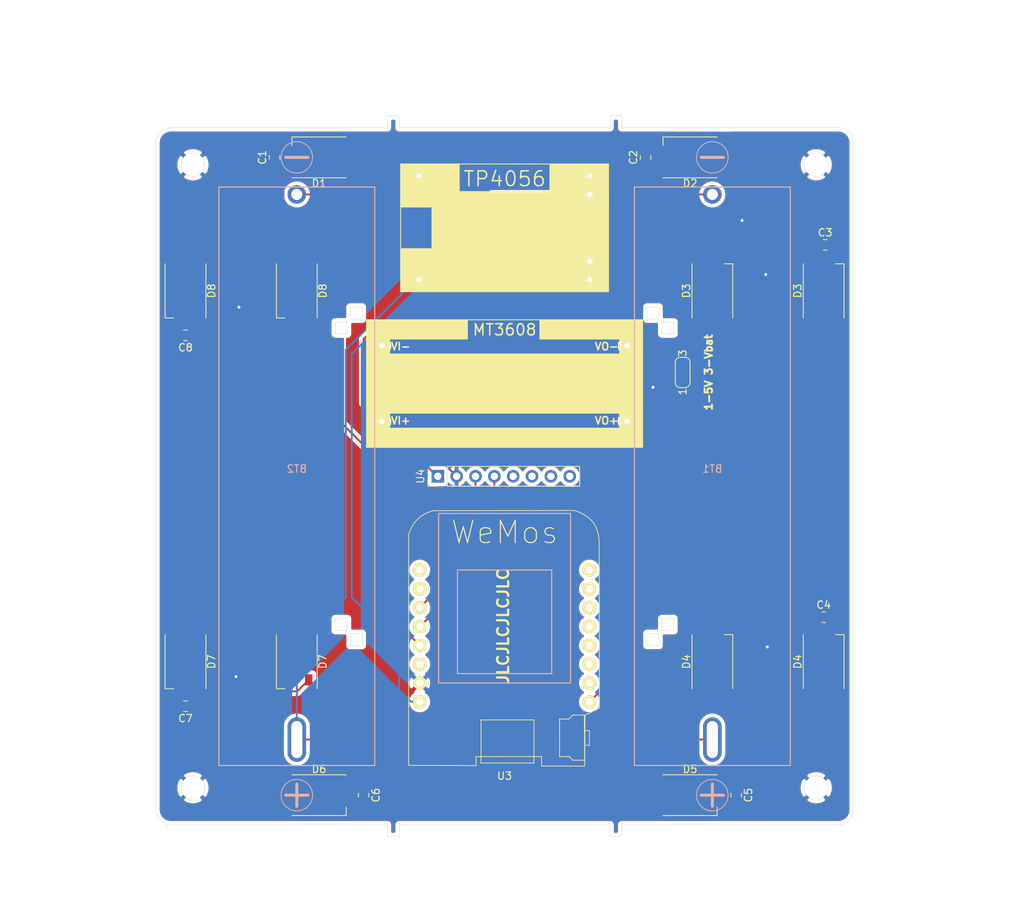
<source format=kicad_pcb>
(kicad_pcb (version 20171130) (host pcbnew "(5.1.6)-1")
  (layers (0 F.Cu signal) (31 B.Cu signal) (34 B.Paste user) (35 F.Paste user) (36 B.SilkS user) (37 F.SilkS user) (38 B.Mask user) (39 F.Mask user) (44 Edge.Cuts user))
  (net 0 "")
  (net 1 "Net-(BT1-Pad2)")
  (net 2 "Net-(BT1-Pad1)")
  (net 3 "Net-(D1-Pad4)")
  (net 4 "Net-(D2-Pad4)")
  (net 5 "Net-(D3-Pad4)")
  (net 6 "Net-(D4-Pad4)")
  (net 7 "Net-(D5-Pad4)")
  (net 8 "Net-(D6-Pad4)")
  (net 9 "Net-(D7-Pad4)")
  (net 10 "Net-(D8-Pad4)")
  (net 11 Vdrive)
  (net 12 GND)
  (net 13 SK2812)
  (net 14 +BATT)
  (net 15 "Net-(JP1-Pad1)")
  (net 16 +5V)
  (net 17 "Net-(U3-Pad9)")
  (net 18 "Net-(U3-Pad10)")
  (net 19 "Net-(U3-Pad11)")
  (net 20 "Net-(U3-Pad12)")
  (net 21 "Net-(U3-Pad13)")
  (net 22 "Net-(U3-Pad14)")
  (net 23 "Net-(U3-Pad15)")
  (net 24 "Net-(U3-Pad3)")
  (net 25 SDA)
  (net 26 SCL)
  (net 27 "Net-(U3-Pad7)")
  (net 28 "Net-(U3-Pad8)")
  (net 29 "Net-(U4-Pad8)")
  (net 30 "Net-(U4-Pad7)")
  (net 31 "Net-(U4-Pad6)")
  (net 32 "Net-(U4-Pad5)")
  (module LED_SMD:LED_SK6812_PLCC4_5.0x5.0mm_P3.2mm (layer F.Cu) (at 122 75 270)
    (fp_text reference D8 (at 0 -3.5 90) (layer F.SilkS))
    (fp_text value SK6812)
    (pad 1 smd rect (at 2.45 1.6 270) (size 1.5 1) (layers F.Cu F.Paste F.Mask) (net 11 Vdrive))
    (pad 2 smd rect (at 2.45 -1.6 270) (size 1.5 1) (layers F.Cu F.Paste F.Mask) (net 9 "Net-(D7-Pad4)"))
    (pad 4 smd rect (at -2.45 1.6 270) (size 1.5 1) (layers F.Cu F.Paste F.Mask) (net 10 "Net-(D8-Pad4)"))
    (pad 3 smd rect (at -2.45 -1.6 270) (size 1.5 1) (layers F.Cu F.Paste F.Mask) (net 12 GND))
  )
  (module LED_SMD:LED_SK6812_PLCC4_5.0x5.0mm_P3.2mm (layer F.Cu) (at 122 125 270)
    (fp_text reference D7 (at 0 -3.5 90) (layer F.SilkS))
    (fp_text value SK6812)
    (pad 1 smd rect (at 2.45 1.6 270) (size 1.5 1) (layers F.Cu F.Paste F.Mask) (net 11 Vdrive))
    (pad 2 smd rect (at 2.45 -1.6 270) (size 1.5 1) (layers F.Cu F.Paste F.Mask) (net 8 "Net-(D6-Pad4)"))
    (pad 4 smd rect (at -2.45 1.6 270) (size 1.5 1) (layers F.Cu F.Paste F.Mask) (net 9 "Net-(D7-Pad4)"))
    (pad 3 smd rect (at -2.45 -1.6 270) (size 1.5 1) (layers F.Cu F.Paste F.Mask) (net 12 GND))
  )
  (module LED_SMD:LED_SK6812_PLCC4_5.0x5.0mm_P3.2mm (layer F.Cu) (at 178 125 90)
    (fp_text reference D4 (at 0 -3.5 90) (layer F.SilkS))
    (fp_text value SK6812)
    (pad 1 smd rect (at 2.45 1.6 90) (size 1.5 1) (layers F.Cu F.Paste F.Mask) (net 11 Vdrive))
    (pad 2 smd rect (at 2.45 -1.6 90) (size 1.5 1) (layers F.Cu F.Paste F.Mask) (net 5 "Net-(D3-Pad4)"))
    (pad 4 smd rect (at -2.45 1.6 90) (size 1.5 1) (layers F.Cu F.Paste F.Mask) (net 6 "Net-(D4-Pad4)"))
    (pad 3 smd rect (at -2.45 -1.6 90) (size 1.5 1) (layers F.Cu F.Paste F.Mask) (net 12 GND))
  )
  (module LED_SMD:LED_SK6812_PLCC4_5.0x5.0mm_P3.2mm (layer F.Cu) (at 178 75 90)
    (fp_text reference D3 (at 0 -3.5 90) (layer F.SilkS))
    (fp_text value SK6812)
    (pad 1 smd rect (at 2.45 1.6 90) (size 1.5 1) (layers F.Cu F.Paste F.Mask) (net 11 Vdrive))
    (pad 2 smd rect (at 2.45 -1.6 90) (size 1.5 1) (layers F.Cu F.Paste F.Mask) (net 4 "Net-(D2-Pad4)"))
    (pad 4 smd rect (at -2.45 1.6 90) (size 1.5 1) (layers F.Cu F.Paste F.Mask) (net 5 "Net-(D3-Pad4)"))
    (pad 3 smd rect (at -2.45 -1.6 90) (size 1.5 1) (layers F.Cu F.Paste F.Mask) (net 12 GND))
  )
  (module MountingHole:MountingHole_3.2mm_M3 (layer F.Cu) (at 192 142)
    (fp_text reference REF** hide)
    (fp_text value MountingHole_3.2mm_M3)
    (pad 1 thru_hole circle (at 0 0) (size 3.2 3.2) (drill 3.2) (layers *.Cu *.Mask) (net 12 GND))
  )
  (module MountingHole:MountingHole_3.2mm_M3 (layer F.Cu) (at 108 142)
    (fp_text reference REF** hide)
    (fp_text value MountingHole_3.2mm_M3)
    (pad 1 thru_hole circle (at 0 0) (size 3.2 3.2) (drill 3.2) (layers *.Cu *.Mask) (net 12 GND))
  )
  (module MountingHole:MountingHole_3.2mm_M3 (layer F.Cu) (at 108 58)
    (fp_text reference REF** hide)
    (fp_text value MountingHole_3.2mm_M3)
    (pad 1 thru_hole circle (at 0 0) (size 3.2 3.2) (drill 3.2) (layers *.Cu *.Mask) (net 12 GND))
  )
  (module MountingHole:MountingHole_3.2mm_M3 (layer F.Cu) (at 192 58)
    (fp_text reference REF** hide)
    (fp_text value MountingHole_3.2mm_M3)
    (pad 1 thru_hole circle (at 0 0) (size 3.2 3.2) (drill 3.2) (layers *.Cu *.Mask) (net 12 GND))
  )
  (module Connector_PinHeader_2.54mm:PinHeader_1x08_P2.54mm_Vertical (layer F.Cu) (at 141 100 90)
    (fp_text reference U4 (at 0 -2.33 90) (layer F.SilkS))
    (fp_text value MPU6050board)
    (pad 8 thru_hole oval (at 0 17.78 90) (size 1.7 1.7) (drill 1) (layers *.Cu *.Mask) (net 29 "Net-(U4-Pad8)"))
    (pad 7 thru_hole oval (at 0 15.24 90) (size 1.7 1.7) (drill 1) (layers *.Cu *.Mask) (net 30 "Net-(U4-Pad7)"))
    (pad 6 thru_hole oval (at 0 12.7 90) (size 1.7 1.7) (drill 1) (layers *.Cu *.Mask) (net 31 "Net-(U4-Pad6)"))
    (pad 5 thru_hole oval (at 0 10.16 90) (size 1.7 1.7) (drill 1) (layers *.Cu *.Mask) (net 32 "Net-(U4-Pad5)"))
    (pad 4 thru_hole oval (at 0 7.62 90) (size 1.7 1.7) (drill 1) (layers *.Cu *.Mask) (net 25 SDA))
    (pad 3 thru_hole oval (at 0 5.08 90) (size 1.7 1.7) (drill 1) (layers *.Cu *.Mask) (net 26 SCL))
    (pad 2 thru_hole oval (at 0 2.54 90) (size 1.7 1.7) (drill 1) (layers *.Cu *.Mask) (net 12 GND))
    (pad 1 thru_hole rect (at 0 0 90) (size 1.7 1.7) (drill 1) (layers *.Cu *.Mask) (net 14 +BATT))
  )
  (module BamboulabFootprints:D1_mini_board (layer F.Cu) (at 150 122.8)
    (fp_text reference U3 (at 0 17.6) (layer F.SilkS))
    (fp_text value WeMos_mini)
    (fp_text user WeMos (at 0 -15.24) (layer F.SilkS) (effects (font (size 3 3))))
    (pad 9 thru_hole circle (at 11.43 -10.16) (size 1.8 1.8) (drill 1.016) (layers *.Cu *.Mask F.SilkS) (net 17 "Net-(U3-Pad9)"))
    (pad 10 thru_hole circle (at 11.43 -7.62) (size 1.8 1.8) (drill 1.016) (layers *.Cu *.Mask F.SilkS) (net 18 "Net-(U3-Pad10)"))
    (pad 11 thru_hole circle (at 11.43 -5.08) (size 1.8 1.8) (drill 1.016) (layers *.Cu *.Mask F.SilkS) (net 19 "Net-(U3-Pad11)"))
    (pad 12 thru_hole circle (at 11.43 -2.54) (size 1.8 1.8) (drill 1.016) (layers *.Cu *.Mask F.SilkS) (net 20 "Net-(U3-Pad12)"))
    (pad 13 thru_hole circle (at 11.43 0) (size 1.8 1.8) (drill 1.016) (layers *.Cu *.Mask F.SilkS) (net 21 "Net-(U3-Pad13)"))
    (pad 14 thru_hole circle (at 11.43 2.54) (size 1.8 1.8) (drill 1.016) (layers *.Cu *.Mask F.SilkS) (net 22 "Net-(U3-Pad14)"))
    (pad 15 thru_hole circle (at 11.43 5.08) (size 1.8 1.8) (drill 1.016) (layers *.Cu *.Mask F.SilkS) (net 23 "Net-(U3-Pad15)"))
    (pad 16 thru_hole circle (at 11.43 7.62) (size 1.8 1.8) (drill 1.016) (layers *.Cu *.Mask F.SilkS) (net 14 +BATT))
    (pad 1 thru_hole circle (at -11.43 7.62) (size 1.8 1.8) (drill 1.016) (layers *.Cu *.Mask F.SilkS) (net 16 +5V))
    (pad 2 thru_hole circle (at -11.43 5.08) (size 1.8 1.8) (drill 1.016) (layers *.Cu *.Mask F.SilkS) (net 12 GND))
    (pad 3 thru_hole circle (at -11.43 2.54) (size 1.8 1.8) (drill 1.016) (layers *.Cu *.Mask F.SilkS) (net 24 "Net-(U3-Pad3)"))
    (pad 4 thru_hole circle (at -11.43 0) (size 1.8 1.8) (drill 1.016) (layers *.Cu *.Mask F.SilkS) (net 13 SK2812))
    (pad 5 thru_hole circle (at -11.43 -2.54) (size 1.8 1.8) (drill 1.016) (layers *.Cu *.Mask F.SilkS) (net 25 SDA))
    (pad 6 thru_hole circle (at -11.43 -5.08) (size 1.8 1.8) (drill 1.016) (layers *.Cu *.Mask F.SilkS) (net 26 SCL))
    (pad 7 thru_hole circle (at -11.43 -7.62) (size 1.8 1.8) (drill 1.016) (layers *.Cu *.Mask F.SilkS) (net 27 "Net-(U3-Pad7)"))
    (pad 8 thru_hole circle (at -11.43 -10.16) (size 1.8 1.8) (drill 1.016) (layers *.Cu *.Mask F.SilkS) (net 28 "Net-(U3-Pad8)"))
  )
  (module BamboulabFootprints:MT3608board (layer F.Cu) (at 150 87.5 180)
    (fp_text reference e hide)
    (fp_text value MT3608board)
    (fp_text user VO- (at -13.75 5 180) (layer F.SilkS) (effects (font (thickness 0.2))))
    (fp_text user VO+ (at -13.75 -5 180) (layer F.SilkS) (effects (font (thickness 0.2))))
    (fp_text user VI- (at 14 5) (layer F.SilkS) (effects (font (thickness 0.2))))
    (fp_text user VI+ (at 14 -5 180) (layer F.SilkS) (effects (font (thickness 0.2))))
    (fp_text user MT3608 (at 0 7.25 180) (layer F.SilkS) (effects (font (size 1.5 1.5) (thickness 0.2))))
    (pad 1 thru_hole circle (at 16.52 -5.08) (size 1.524 1.524) (drill 0.762) (layers *.Cu *.Mask) (net 14 +BATT))
    (pad 2 thru_hole circle (at 16.52 5.08) (size 1.524 1.524) (drill 0.762) (layers *.Cu *.Mask) (net 12 GND))
    (pad 4 thru_hole circle (at -16.51 -5.08) (size 1.524 1.524) (drill 0.762) (layers *.Cu *.Mask) (net 15 "Net-(JP1-Pad1)"))
    (pad 3 thru_hole circle (at -16.51 5.08) (size 1.524 1.524) (drill 0.762) (layers *.Cu *.Mask) (net 12 GND))
  )
  (module BamboulabFootprints:TP4056board (layer F.Cu) (at 150 66.5)
    (fp_text reference U1 hide)
    (fp_text value TP4056board)
    (fp_text user TP4056 (at 0 -6.6) (layer F.SilkS) (effects (font (size 2 2) (thickness 0.2))))
    (pad 5 thru_hole circle (at 11.5 -4.46) (size 1.524 1.524) (drill 0.762) (layers *.Cu *.Mask) (net 2 "Net-(BT1-Pad1)"))
    (pad 4 thru_hole circle (at 11.5 4.46) (size 1.524 1.524) (drill 0.762) (layers *.Cu *.Mask) (net 1 "Net-(BT1-Pad2)"))
    (pad 3 thru_hole circle (at 11.5 7) (size 1.524 1.524) (drill 0.762) (layers *.Cu *.Mask) (net 12 GND))
    (pad 6 thru_hole circle (at 11.5 -7) (size 1.524 1.524) (drill 0.762) (layers *.Cu *.Mask) (net 14 +BATT))
    (pad 2 thru_hole circle (at -11.5 -7) (size 1.524 1.524) (drill 0.762) (layers *.Cu *.Mask) (net 12 GND))
    (pad 1 thru_hole circle (at -11.5 7) (size 1.524 1.524) (drill 0.762) (layers *.Cu *.Mask) (net 16 +5V))
  )
  (module Jumper:SolderJumper-3_P1.3mm_Open_RoundedPad1.0x1.5mm_NumberLabels (layer F.Cu) (at 174 86 90)
    (fp_text reference JP1 hide)
    (fp_text value SolderJumper_3_Open)
    (fp_text user 1 (at -2.6 0 90) (layer F.SilkS))
    (fp_text user 3 (at 2.6 0 90) (layer F.SilkS))
    (pad 2 smd rect (at 0 0 90) (size 1 1.5) (layers F.Cu F.Mask) (net 11 Vdrive))
    (pad 3 smd custom (at 1.3 0 90) (size 1 0.5) (layers F.Cu F.Mask) (net 14 +BATT) (options (clearance outline) (anchor rect)) (primitives (gr_circle (center 0 0.25) (end 0.5 0.25) (width 0)) (gr_circle (center 0 -0.25) (end 0.5 -0.25) (width 0)) (gr_poly (pts (xy -0.55 -0.75) (xy 0 -0.75) (xy 0 0.75) (xy -0.55 0.75)) (width 0))))
    (pad 1 smd custom (at -1.3 0 90) (size 1 0.5) (layers F.Cu F.Mask) (net 15 "Net-(JP1-Pad1)") (options (clearance outline) (anchor rect)) (primitives (gr_circle (center 0 0.25) (end 0.5 0.25) (width 0)) (gr_circle (center 0 -0.25) (end 0.5 -0.25) (width 0)) (gr_poly (pts (xy 0.55 -0.75) (xy 0 -0.75) (xy 0 0.75) (xy 0.55 0.75)) (width 0))))
  )
  (module Capacitor_SMD:C_0805_2012Metric (layer F.Cu) (at 107 81 180)
    (fp_text reference C8 (at 0 -1.65) (layer F.SilkS))
    (fp_text value C_Small)
    (pad 2 smd roundrect (at 0.9375 0 180) (size 0.975 1.4) (layers F.Cu F.Paste F.Mask) (net 11 Vdrive))
    (pad 1 smd roundrect (at -0.9375 0 180) (size 0.975 1.4) (layers F.Cu F.Paste F.Mask) (net 12 GND))
  )
  (module Capacitor_SMD:C_0805_2012Metric (layer F.Cu) (at 107 131 180)
    (fp_text reference C7 (at 0 -1.65) (layer F.SilkS))
    (fp_text value C_Small)
    (pad 2 smd roundrect (at 0.9375 0 180) (size 0.975 1.4) (layers F.Cu F.Paste F.Mask) (net 11 Vdrive))
    (pad 1 smd roundrect (at -0.9375 0 180) (size 0.975 1.4) (layers F.Cu F.Paste F.Mask) (net 12 GND))
  )
  (module Capacitor_SMD:C_0805_2012Metric (layer F.Cu) (at 131 143 270)
    (fp_text reference C6 (at 0 -1.65 90) (layer F.SilkS))
    (fp_text value C_Small)
    (pad 2 smd roundrect (at 0.9375 0 270) (size 0.975 1.4) (layers F.Cu F.Paste F.Mask) (net 11 Vdrive))
    (pad 1 smd roundrect (at -0.9375 0 270) (size 0.975 1.4) (layers F.Cu F.Paste F.Mask) (net 12 GND))
  )
  (module Capacitor_SMD:C_0805_2012Metric (layer F.Cu) (at 181.2 143 270)
    (fp_text reference C5 (at 0 -1.65 90) (layer F.SilkS))
    (fp_text value C_Small)
    (pad 2 smd roundrect (at 0.9375 0 270) (size 0.975 1.4) (layers F.Cu F.Paste F.Mask) (net 11 Vdrive))
    (pad 1 smd roundrect (at -0.9375 0 270) (size 0.975 1.4) (layers F.Cu F.Paste F.Mask) (net 12 GND))
  )
  (module Capacitor_SMD:C_0805_2012Metric (layer F.Cu) (at 193 119)
    (fp_text reference C4 (at 0 -1.65) (layer F.SilkS))
    (fp_text value C_Small)
    (pad 2 smd roundrect (at 0.9375 0) (size 0.975 1.4) (layers F.Cu F.Paste F.Mask) (net 11 Vdrive))
    (pad 1 smd roundrect (at -0.9375 0) (size 0.975 1.4) (layers F.Cu F.Paste F.Mask) (net 12 GND))
  )
  (module Capacitor_SMD:C_0805_2012Metric (layer F.Cu) (at 193.2 68.8)
    (fp_text reference C3 (at 0 -1.65) (layer F.SilkS))
    (fp_text value C_Small)
    (pad 2 smd roundrect (at 0.9375 0) (size 0.975 1.4) (layers F.Cu F.Paste F.Mask) (net 11 Vdrive))
    (pad 1 smd roundrect (at -0.9375 0) (size 0.975 1.4) (layers F.Cu F.Paste F.Mask) (net 12 GND))
  )
  (module Capacitor_SMD:C_0805_2012Metric (layer F.Cu) (at 169 57 90)
    (fp_text reference C2 (at 0 -1.65 90) (layer F.SilkS))
    (fp_text value C_Small)
    (pad 2 smd roundrect (at 0.9375 0 90) (size 0.975 1.4) (layers F.Cu F.Paste F.Mask) (net 11 Vdrive))
    (pad 1 smd roundrect (at -0.9375 0 90) (size 0.975 1.4) (layers F.Cu F.Paste F.Mask) (net 12 GND))
  )
  (module Capacitor_SMD:C_0805_2012Metric (layer F.Cu) (at 119 57 90)
    (fp_text reference C1 (at 0 -1.65 90) (layer F.SilkS))
    (fp_text value C_Small)
    (pad 2 smd roundrect (at 0.9375 0 90) (size 0.975 1.4) (layers F.Cu F.Paste F.Mask) (net 11 Vdrive))
    (pad 1 smd roundrect (at -0.9375 0 90) (size 0.975 1.4) (layers F.Cu F.Paste F.Mask) (net 12 GND))
  )
  (module LED_SMD:LED_SK6812_PLCC4_5.0x5.0mm_P3.2mm (layer F.Cu) (at 107 75 270)
    (fp_text reference D8 (at 0 -3.5 90) (layer F.SilkS))
    (fp_text value SK6812)
    (pad 3 smd rect (at -2.45 -1.6 270) (size 1.5 1) (layers F.Cu F.Paste F.Mask) (net 12 GND))
    (pad 4 smd rect (at -2.45 1.6 270) (size 1.5 1) (layers F.Cu F.Paste F.Mask) (net 10 "Net-(D8-Pad4)"))
    (pad 2 smd rect (at 2.45 -1.6 270) (size 1.5 1) (layers F.Cu F.Paste F.Mask) (net 9 "Net-(D7-Pad4)"))
    (pad 1 smd rect (at 2.45 1.6 270) (size 1.5 1) (layers F.Cu F.Paste F.Mask) (net 11 Vdrive))
  )
  (module LED_SMD:LED_SK6812_PLCC4_5.0x5.0mm_P3.2mm (layer F.Cu) (at 107 125 270)
    (fp_text reference D7 (at 0 -3.5 90) (layer F.SilkS))
    (fp_text value SK6812)
    (pad 3 smd rect (at -2.45 -1.6 270) (size 1.5 1) (layers F.Cu F.Paste F.Mask) (net 12 GND))
    (pad 4 smd rect (at -2.45 1.6 270) (size 1.5 1) (layers F.Cu F.Paste F.Mask) (net 9 "Net-(D7-Pad4)"))
    (pad 2 smd rect (at 2.45 -1.6 270) (size 1.5 1) (layers F.Cu F.Paste F.Mask) (net 8 "Net-(D6-Pad4)"))
    (pad 1 smd rect (at 2.45 1.6 270) (size 1.5 1) (layers F.Cu F.Paste F.Mask) (net 11 Vdrive))
  )
  (module LED_SMD:LED_SK6812_PLCC4_5.0x5.0mm_P3.2mm (layer F.Cu) (at 125 143)
    (fp_text reference D6 (at 0 -3.5) (layer F.SilkS))
    (fp_text value SK6812)
    (pad 3 smd rect (at -2.45 -1.6) (size 1.5 1) (layers F.Cu F.Paste F.Mask) (net 12 GND))
    (pad 4 smd rect (at -2.45 1.6) (size 1.5 1) (layers F.Cu F.Paste F.Mask) (net 8 "Net-(D6-Pad4)"))
    (pad 2 smd rect (at 2.45 -1.6) (size 1.5 1) (layers F.Cu F.Paste F.Mask) (net 7 "Net-(D5-Pad4)"))
    (pad 1 smd rect (at 2.45 1.6) (size 1.5 1) (layers F.Cu F.Paste F.Mask) (net 11 Vdrive))
  )
  (module LED_SMD:LED_SK6812_PLCC4_5.0x5.0mm_P3.2mm (layer F.Cu) (at 175 143)
    (fp_text reference D5 (at 0 -3.5) (layer F.SilkS))
    (fp_text value SK6812)
    (pad 3 smd rect (at -2.45 -1.6) (size 1.5 1) (layers F.Cu F.Paste F.Mask) (net 12 GND))
    (pad 4 smd rect (at -2.45 1.6) (size 1.5 1) (layers F.Cu F.Paste F.Mask) (net 7 "Net-(D5-Pad4)"))
    (pad 2 smd rect (at 2.45 -1.6) (size 1.5 1) (layers F.Cu F.Paste F.Mask) (net 6 "Net-(D4-Pad4)"))
    (pad 1 smd rect (at 2.45 1.6) (size 1.5 1) (layers F.Cu F.Paste F.Mask) (net 11 Vdrive))
  )
  (module LED_SMD:LED_SK6812_PLCC4_5.0x5.0mm_P3.2mm (layer F.Cu) (at 193 125 90)
    (fp_text reference D4 (at 0 -3.5 90) (layer F.SilkS))
    (fp_text value SK6812)
    (pad 3 smd rect (at -2.45 -1.6 90) (size 1.5 1) (layers F.Cu F.Paste F.Mask) (net 12 GND))
    (pad 4 smd rect (at -2.45 1.6 90) (size 1.5 1) (layers F.Cu F.Paste F.Mask) (net 6 "Net-(D4-Pad4)"))
    (pad 2 smd rect (at 2.45 -1.6 90) (size 1.5 1) (layers F.Cu F.Paste F.Mask) (net 5 "Net-(D3-Pad4)"))
    (pad 1 smd rect (at 2.45 1.6 90) (size 1.5 1) (layers F.Cu F.Paste F.Mask) (net 11 Vdrive))
  )
  (module LED_SMD:LED_SK6812_PLCC4_5.0x5.0mm_P3.2mm (layer F.Cu) (at 193 75 90)
    (fp_text reference D3 (at 0 -3.5 90) (layer F.SilkS))
    (fp_text value SK6812)
    (pad 3 smd rect (at -2.45 -1.6 90) (size 1.5 1) (layers F.Cu F.Paste F.Mask) (net 12 GND))
    (pad 4 smd rect (at -2.45 1.6 90) (size 1.5 1) (layers F.Cu F.Paste F.Mask) (net 5 "Net-(D3-Pad4)"))
    (pad 2 smd rect (at 2.45 -1.6 90) (size 1.5 1) (layers F.Cu F.Paste F.Mask) (net 4 "Net-(D2-Pad4)"))
    (pad 1 smd rect (at 2.45 1.6 90) (size 1.5 1) (layers F.Cu F.Paste F.Mask) (net 11 Vdrive))
  )
  (module LED_SMD:LED_SK6812_PLCC4_5.0x5.0mm_P3.2mm (layer F.Cu) (at 175 57 180)
    (fp_text reference D2 (at 0 -3.5) (layer F.SilkS))
    (fp_text value SK6812)
    (pad 3 smd rect (at -2.45 -1.6 180) (size 1.5 1) (layers F.Cu F.Paste F.Mask) (net 12 GND))
    (pad 4 smd rect (at -2.45 1.6 180) (size 1.5 1) (layers F.Cu F.Paste F.Mask) (net 4 "Net-(D2-Pad4)"))
    (pad 2 smd rect (at 2.45 -1.6 180) (size 1.5 1) (layers F.Cu F.Paste F.Mask) (net 3 "Net-(D1-Pad4)"))
    (pad 1 smd rect (at 2.45 1.6 180) (size 1.5 1) (layers F.Cu F.Paste F.Mask) (net 11 Vdrive))
  )
  (module LED_SMD:LED_SK6812_PLCC4_5.0x5.0mm_P3.2mm (layer F.Cu) (at 125 57 180)
    (fp_text reference D1 (at 0 -3.5) (layer F.SilkS))
    (fp_text value SK6812)
    (pad 3 smd rect (at -2.45 -1.6 180) (size 1.5 1) (layers F.Cu F.Paste F.Mask) (net 12 GND))
    (pad 4 smd rect (at -2.45 1.6 180) (size 1.5 1) (layers F.Cu F.Paste F.Mask) (net 3 "Net-(D1-Pad4)"))
    (pad 2 smd rect (at 2.45 -1.6 180) (size 1.5 1) (layers F.Cu F.Paste F.Mask) (net 13 SK2812))
    (pad 1 smd rect (at 2.45 1.6 180) (size 1.5 1) (layers F.Cu F.Paste F.Mask) (net 11 Vdrive))
  )
  (module BamboulabFootprints:18650_Holder (layer B.Cu) (at 122 100)
    (fp_text reference BT2 (at 0 -1) (layer B.SilkS) (effects (justify mirror)))
    (fp_text value Battery_Cell)
    (pad 2 thru_hole circle (at 0 -38) (size 2.5 2.5) (drill 1.5) (layers *.Cu *.Mask) (net 1 "Net-(BT1-Pad2)"))
    (pad 1 thru_hole oval (at 0 35.5) (size 2.5 6) (drill oval 1.5 5) (layers *.Cu *.Mask) (net 2 "Net-(BT1-Pad1)"))
  )
  (module BamboulabFootprints:18650_Holder (layer B.Cu) (at 178 100)
    (fp_text reference BT1 (at 0 -1) (layer B.SilkS) (effects (justify mirror)))
    (fp_text value Battery_Cell)
    (pad 2 thru_hole circle (at 0 -38) (size 2.5 2.5) (drill 1.5) (layers *.Cu *.Mask) (net 1 "Net-(BT1-Pad2)"))
    (pad 1 thru_hole oval (at 0 35.5) (size 2.5 6) (drill oval 1.5 5) (layers *.Cu *.Mask) (net 2 "Net-(BT1-Pad1)"))
  )
  (gr_line (start 130.8 121.2) (end 129.2 121.2) (layer Edge.Cuts) (width 0.05))
  (gr_line (start 172.8 79.2) (end 171.2 79.2) (layer Edge.Cuts) (width 0.05))
  (gr_line (start 129.2 121.2) (end 129.2 122.8) (layer Edge.Cuts) (width 0.05))
  (gr_line (start 171.2 79.2) (end 171.2 80.8) (layer Edge.Cuts) (width 0.05))
  (gr_line (start 130.8 122.8) (end 129.2 122.8) (layer Edge.Cuts) (width 0.05))
  (gr_line (start 172.8 80.8) (end 171.2 80.8) (layer Edge.Cuts) (width 0.05))
  (gr_line (start 130.8 121.2) (end 130.8 122.8) (layer Edge.Cuts) (width 0.05))
  (gr_line (start 172.8 79.2) (end 172.8 80.8) (layer Edge.Cuts) (width 0.05))
  (gr_line (start 128.8 119.2) (end 128.8 120.8) (layer Edge.Cuts) (width 0.05))
  (gr_line (start 170.8 77.2) (end 170.8 78.8) (layer Edge.Cuts) (width 0.05))
  (gr_line (start 127.2 119.2) (end 127.2 120.8) (layer Edge.Cuts) (width 0.05))
  (gr_line (start 169.2 77.2) (end 169.2 78.8) (layer Edge.Cuts) (width 0.05))
  (gr_line (start 128.8 119.2) (end 127.2 119.2) (layer Edge.Cuts) (width 0.05))
  (gr_line (start 170.8 77.2) (end 169.2 77.2) (layer Edge.Cuts) (width 0.05))
  (gr_line (start 128.8 120.8) (end 127.2 120.8) (layer Edge.Cuts) (width 0.05))
  (gr_line (start 170.8 78.8) (end 169.2 78.8) (layer Edge.Cuts) (width 0.05))
  (gr_line (start 170.8 122.8) (end 169.2 122.8) (layer Edge.Cuts) (width 0.05))
  (gr_line (start 172.8 120.8) (end 171.2 120.8) (layer Edge.Cuts) (width 0.05))
  (gr_line (start 172.8 119.2) (end 172.8 120.8) (layer Edge.Cuts) (width 0.05))
  (gr_line (start 171.2 119.2) (end 171.2 120.8) (layer Edge.Cuts) (width 0.05))
  (gr_line (start 170.8 121.2) (end 170.8 122.8) (layer Edge.Cuts) (width 0.05))
  (gr_line (start 169.2 121.2) (end 169.2 122.8) (layer Edge.Cuts) (width 0.05))
  (gr_line (start 172.8 119.2) (end 171.2 119.2) (layer Edge.Cuts) (width 0.05))
  (gr_line (start 170.8 121.2) (end 169.2 121.2) (layer Edge.Cuts) (width 0.05))
  (gr_line (start 130.8 78.8) (end 129.2 78.8) (layer Edge.Cuts) (width 0.05))
  (gr_line (start 130.8 77.2) (end 130.8 78.8) (layer Edge.Cuts) (width 0.05))
  (gr_line (start 129.2 77.2) (end 129.2 78.8) (layer Edge.Cuts) (width 0.05))
  (gr_line (start 130.8 77.2) (end 129.2 77.2) (layer Edge.Cuts) (width 0.05))
  (gr_line (start 128.8 79.2) (end 127.2 79.2) (layer Edge.Cuts) (width 0.05))
  (gr_line (start 127.2 79.2) (end 127.2 80.8) (layer Edge.Cuts) (width 0.05))
  (gr_line (start 128.8 80.8) (end 127.2 80.8) (layer Edge.Cuts) (width 0.05))
  (gr_line (start 128.8 79.2) (end 128.8 80.8) (layer Edge.Cuts) (width 0.05))
  (gr_line (start 165.8 147) (end 195 147) (layer Edge.Cuts) (width 0.05))
  (gr_line (start 134.2 147) (end 134.2 148.6) (layer Edge.Cuts) (width 0.05))
  (gr_line (start 164.2 148.6) (end 165.8 148.6) (layer Edge.Cuts) (width 0.05))
  (gr_line (start 165.8 147) (end 165.8 148.6) (layer Edge.Cuts) (width 0.05))
  (gr_line (start 164.2 148.6) (end 164.2 147) (layer Edge.Cuts) (width 0.05))
  (gr_line (start 135.8 147) (end 164.2 147) (layer Edge.Cuts) (width 0.05))
  (gr_line (start 135.8 148.6) (end 134.2 148.6) (layer Edge.Cuts) (width 0.05))
  (gr_line (start 135.8 148.6) (end 135.8 147) (layer Edge.Cuts) (width 0.05))
  (gr_line (start 105 147) (end 134.2 147) (layer Edge.Cuts) (width 0.05))
  (gr_line (start 165.8 53) (end 195 53) (layer Edge.Cuts) (width 0.05))
  (gr_line (start 165.8 51.4) (end 165.8 53) (layer Edge.Cuts) (width 0.05))
  (gr_line (start 164.2 51.4) (end 165.8 51.4) (layer Edge.Cuts) (width 0.05))
  (gr_line (start 164.2 53) (end 164.2 51.4) (layer Edge.Cuts) (width 0.05))
  (gr_line (start 134.2 51.4) (end 134.2 53) (layer Edge.Cuts) (width 0.05))
  (gr_line (start 135.8 51.4) (end 134.2 51.4) (layer Edge.Cuts) (width 0.05))
  (gr_line (start 135.8 53) (end 135.8 51.4) (layer Edge.Cuts) (width 0.05))
  (gr_line (start 135.8 53) (end 164.2 53) (layer Edge.Cuts) (width 0.05))
  (gr_arc (start 105 55) (end 105 53) (angle -90) (layer Edge.Cuts) (width 0.05))
  (gr_arc (start 105 145) (end 103 145) (angle -90) (layer Edge.Cuts) (width 0.05))
  (gr_arc (start 195 145) (end 195 147) (angle -90) (layer Edge.Cuts) (width 0.05))
  (gr_arc (start 195 55) (end 197 55) (angle -90) (layer Edge.Cuts) (width 0.05))
  (gr_line (start 103 145) (end 103 55) (layer Edge.Cuts) (width 0.05))
  (gr_line (start 197 55) (end 197 145) (layer Edge.Cuts) (width 0.05))
  (gr_line (start 105 53) (end 134.2 53) (layer Edge.Cuts) (width 0.05))
  (gr_text "1-5V 3-Vbat" (at 177.5 86 90) (layer F.SilkS) (effects (font (size 1 1) (thickness 0.25))))
  (gr_text JLCJLCJLCJLC (at 149.8 120.2 90) (layer F.SilkS) (effects (font (size 1.5 1.5) (thickness 0.3))))
  (segment (start 167 62) (end 178 62) (width 0.25) (layer F.Cu) (net 1))
  (segment (start 163 58) (end 167 62) (width 0.25) (layer F.Cu) (net 1))
  (segment (start 160.5 58) (end 163 58) (width 0.25) (layer F.Cu) (net 1))
  (segment (start 156.5 62) (end 160.5 58) (width 0.25) (layer F.Cu) (net 1))
  (segment (start 122 62) (end 156.5 62) (width 0.25) (layer F.Cu) (net 1))
  (segment (start 161.5 70.96) (end 161.5 67) (width 0.25) (layer F.Cu) (net 1))
  (segment (start 161.5 67) (end 156.5 62) (width 0.25) (layer F.Cu) (net 1))
  (segment (start 122 135.5) (end 178 135.5) (width 0.25) (layer F.Cu) (net 2))
  (segment (start 122 122.9) (end 122.225 122.675) (width 0.25) (layer B.Cu) (net 2))
  (segment (start 122 129.45) (end 122 122.9) (width 0.25) (layer B.Cu) (net 2))
  (segment (start 122 129) (end 122 129.45) (width 0.25) (layer B.Cu) (net 2))
  (segment (start 122 129.45) (end 122 135.5) (width 0.25) (layer B.Cu) (net 2))
  (segment (start 122.05 122.85) (end 122.225 122.675) (width 0.25) (layer B.Cu) (net 2))
  (segment (start 122.225 122.675) (end 128.6 116.3) (width 0.25) (layer B.Cu) (net 2))
  (segment (start 128.6 116.3) (end 128.6 83.3) (width 0.25) (layer B.Cu) (net 2))
  (segment (start 148.351238 62.04) (end 161.5 62.04) (width 0.25) (layer B.Cu) (net 2))
  (segment (start 137.05 74.5) (end 137.05 73.341238) (width 0.25) (layer B.Cu) (net 2))
  (segment (start 128.6 83.3) (end 128.6 82.95) (width 0.25) (layer B.Cu) (net 2))
  (segment (start 137.05 73.341238) (end 148.351238 62.04) (width 0.25) (layer B.Cu) (net 2))
  (segment (start 128.6 82.95) (end 137.05 74.5) (width 0.25) (layer B.Cu) (net 2))
  (segment (start 170.82501 56.87501) (end 172.55 58.6) (width 0.25) (layer F.Cu) (net 3))
  (segment (start 129.27501 56.87501) (end 170.82501 56.87501) (width 0.25) (layer F.Cu) (net 3))
  (segment (start 127.8 55.4) (end 129.27501 56.87501) (width 0.25) (layer F.Cu) (net 3))
  (segment (start 127.45 55.4) (end 127.8 55.4) (width 0.25) (layer F.Cu) (net 3))
  (segment (start 193.32499 68.35814) (end 193.32499 71.32499) (width 0.25) (layer F.Cu) (net 4))
  (segment (start 180.36685 55.4) (end 193.32499 68.35814) (width 0.25) (layer F.Cu) (net 4))
  (segment (start 177.45 55.4) (end 180.36685 55.4) (width 0.25) (layer F.Cu) (net 4))
  (segment (start 192.09998 72.55) (end 191.4 72.55) (width 0.25) (layer F.Cu) (net 4))
  (segment (start 193.32499 71.32499) (end 192.09998 72.55) (width 0.25) (layer F.Cu) (net 4))
  (segment (start 189.65 70.8) (end 191.4 72.55) (width 0.25) (layer F.Cu) (net 4))
  (segment (start 178.15 70.8) (end 189.65 70.8) (width 0.25) (layer F.Cu) (net 4))
  (segment (start 176.4 72.55) (end 178.15 70.8) (width 0.25) (layer F.Cu) (net 4))
  (segment (start 189.85 121) (end 191.4 122.55) (width 0.25) (layer F.Cu) (net 5))
  (segment (start 177.95 121) (end 189.85 121) (width 0.25) (layer F.Cu) (net 5))
  (segment (start 176.4 122.55) (end 177.95 121) (width 0.25) (layer F.Cu) (net 5))
  (segment (start 194.6 78.2) (end 194.6 77.45) (width 0.25) (layer F.Cu) (net 5))
  (segment (start 193.12499 79.67501) (end 194.6 78.2) (width 0.25) (layer F.Cu) (net 5))
  (segment (start 193.12499 120.67501) (end 193.12499 79.67501) (width 0.25) (layer F.Cu) (net 5))
  (segment (start 191.4 122.4) (end 193.12499 120.67501) (width 0.25) (layer F.Cu) (net 5))
  (segment (start 191.4 122.55) (end 191.4 122.4) (width 0.25) (layer F.Cu) (net 5))
  (segment (start 179.6 77.45) (end 181.799989 75.250011) (width 0.25) (layer F.Cu) (net 5))
  (segment (start 181.799989 75.250011) (end 192.400011 75.250011) (width 0.25) (layer F.Cu) (net 5))
  (segment (start 192.400011 75.250011) (end 194.6 77.45) (width 0.25) (layer F.Cu) (net 5))
  (segment (start 194.6 130.4) (end 194.6 127.45) (width 0.25) (layer F.Cu) (net 6))
  (segment (start 182.12499 142.87501) (end 194.6 130.4) (width 0.25) (layer F.Cu) (net 6))
  (segment (start 178.92501 142.87501) (end 182.12499 142.87501) (width 0.25) (layer F.Cu) (net 6))
  (segment (start 177.45 141.4) (end 178.92501 142.87501) (width 0.25) (layer F.Cu) (net 6))
  (segment (start 179.6 127.45) (end 181.799989 125.250011) (width 0.25) (layer F.Cu) (net 6))
  (segment (start 181.799989 125.250011) (end 192.400011 125.250011) (width 0.25) (layer F.Cu) (net 6))
  (segment (start 192.400011 125.250011) (end 194.6 127.45) (width 0.25) (layer F.Cu) (net 6))
  (segment (start 171.4 144.6) (end 172.55 144.6) (width 0.25) (layer F.Cu) (net 7))
  (segment (start 169.8 143) (end 171.4 144.6) (width 0.25) (layer F.Cu) (net 7))
  (segment (start 129.05 143) (end 169.8 143) (width 0.25) (layer F.Cu) (net 7))
  (segment (start 127.45 141.4) (end 129.05 143) (width 0.25) (layer F.Cu) (net 7))
  (segment (start 107.12499 131.69184) (end 107.12499 128.92501) (width 0.25) (layer F.Cu) (net 8))
  (segment (start 120.03315 144.6) (end 107.12499 131.69184) (width 0.25) (layer F.Cu) (net 8))
  (segment (start 107.12499 128.92501) (end 108.6 127.45) (width 0.25) (layer F.Cu) (net 8))
  (segment (start 122.55 144.6) (end 120.03315 144.6) (width 0.25) (layer F.Cu) (net 8))
  (segment (start 122.05 129) (end 123.6 127.45) (width 0.25) (layer F.Cu) (net 8))
  (segment (start 110.15 129) (end 122.05 129) (width 0.25) (layer F.Cu) (net 8))
  (segment (start 108.6 127.45) (end 110.15 129) (width 0.25) (layer F.Cu) (net 8))
  (segment (start 105.4 83.2) (end 105.4 122.55) (width 0.25) (layer F.Cu) (net 9))
  (segment (start 107 81.6) (end 105.4 83.2) (width 0.25) (layer F.Cu) (net 9))
  (segment (start 107 78.3) (end 107 81.6) (width 0.25) (layer F.Cu) (net 9))
  (segment (start 107.85 77.45) (end 107 78.3) (width 0.25) (layer F.Cu) (net 9))
  (segment (start 108.6 77.45) (end 107.85 77.45) (width 0.25) (layer F.Cu) (net 9))
  (segment (start 121.85 79.2) (end 123.6 77.45) (width 0.25) (layer F.Cu) (net 9))
  (segment (start 110.35 79.2) (end 121.85 79.2) (width 0.25) (layer F.Cu) (net 9))
  (segment (start 108.6 77.45) (end 110.35 79.2) (width 0.25) (layer F.Cu) (net 9))
  (segment (start 107.6 124.8) (end 118.15 124.8) (width 0.25) (layer F.Cu) (net 9))
  (segment (start 105.4 122.6) (end 107.6 124.8) (width 0.25) (layer F.Cu) (net 9))
  (segment (start 118.15 124.8) (end 120.4 122.55) (width 0.25) (layer F.Cu) (net 9))
  (segment (start 105.4 122.55) (end 105.4 122.6) (width 0.25) (layer F.Cu) (net 9))
  (segment (start 118.15 74.8) (end 120.4 72.55) (width 0.25) (layer F.Cu) (net 10))
  (segment (start 105.4 72.55) (end 107.65 74.8) (width 0.25) (layer F.Cu) (net 10))
  (segment (start 107.65 74.8) (end 118.15 74.8) (width 0.25) (layer F.Cu) (net 10))
  (segment (start 180.5375 144.6) (end 181.2 143.9375) (width 0.25) (layer F.Cu) (net 11))
  (segment (start 177.45 144.6) (end 180.5375 144.6) (width 0.25) (layer F.Cu) (net 11))
  (segment (start 194.1375 72.0875) (end 194.6 72.55) (width 0.25) (layer F.Cu) (net 11))
  (segment (start 194.1375 68.8) (end 194.1375 72.0875) (width 0.25) (layer F.Cu) (net 11))
  (segment (start 171.8875 56.0625) (end 172.55 55.4) (width 0.25) (layer F.Cu) (net 11))
  (segment (start 169 56.0625) (end 171.8875 56.0625) (width 0.25) (layer F.Cu) (net 11))
  (segment (start 195.425001 73.375001) (end 194.6 72.55) (width 0.25) (layer F.Cu) (net 11))
  (segment (start 195.425001 78.574999) (end 195.425001 73.375001) (width 0.25) (layer F.Cu) (net 11))
  (segment (start 193.9375 80.0625) (end 195.425001 78.574999) (width 0.25) (layer F.Cu) (net 11))
  (segment (start 193.9375 119) (end 193.9375 80.0625) (width 0.25) (layer F.Cu) (net 11))
  (segment (start 129.8625 56.0625) (end 169 56.0625) (width 0.25) (layer F.Cu) (net 11))
  (segment (start 128.374999 54.574999) (end 129.8625 56.0625) (width 0.25) (layer F.Cu) (net 11))
  (segment (start 123.375001 54.574999) (end 128.374999 54.574999) (width 0.25) (layer F.Cu) (net 11))
  (segment (start 122.55 55.4) (end 123.375001 54.574999) (width 0.25) (layer F.Cu) (net 11))
  (segment (start 173.75 54.2) (end 172.55 55.4) (width 0.25) (layer F.Cu) (net 11))
  (segment (start 180.2375 54.2) (end 173.75 54.2) (width 0.25) (layer F.Cu) (net 11))
  (segment (start 194.1375 68.1) (end 180.2375 54.2) (width 0.25) (layer F.Cu) (net 11))
  (segment (start 194.1375 68.8) (end 194.1375 68.1) (width 0.25) (layer F.Cu) (net 11))
  (segment (start 176.624999 145.425001) (end 177.45 144.6) (width 0.25) (layer F.Cu) (net 11))
  (segment (start 169.7375 143.9375) (end 171.225001 145.425001) (width 0.25) (layer F.Cu) (net 11))
  (segment (start 131 143.9375) (end 169.7375 143.9375) (width 0.25) (layer F.Cu) (net 11))
  (segment (start 171.225001 145.425001) (end 176.624999 145.425001) (width 0.25) (layer F.Cu) (net 11))
  (segment (start 130.6375 144.3) (end 131 143.9375) (width 0.25) (layer F.Cu) (net 11))
  (segment (start 127.9 144.3) (end 130.6375 144.3) (width 0.25) (layer F.Cu) (net 11))
  (segment (start 127.6 144.6) (end 127.9 144.3) (width 0.25) (layer F.Cu) (net 11))
  (segment (start 105.4 130.3375) (end 106.0625 131) (width 0.25) (layer F.Cu) (net 11))
  (segment (start 105.4 127.45) (end 105.4 130.3375) (width 0.25) (layer F.Cu) (net 11))
  (segment (start 126.624999 145.425001) (end 127.45 144.6) (width 0.25) (layer F.Cu) (net 11))
  (segment (start 119.787501 145.425001) (end 126.624999 145.425001) (width 0.25) (layer F.Cu) (net 11))
  (segment (start 106.0625 131.7) (end 119.787501 145.425001) (width 0.25) (layer F.Cu) (net 11))
  (segment (start 106.0625 131) (end 106.0625 131.7) (width 0.25) (layer F.Cu) (net 11))
  (segment (start 105.8 80.7375) (end 106.0625 81) (width 0.25) (layer F.Cu) (net 11))
  (segment (start 105.8 77.85) (end 105.8 80.7375) (width 0.25) (layer F.Cu) (net 11))
  (segment (start 105.4 77.45) (end 105.8 77.85) (width 0.25) (layer F.Cu) (net 11))
  (segment (start 104.574999 126.624999) (end 105.4 127.45) (width 0.25) (layer F.Cu) (net 11))
  (segment (start 104.574999 82.625001) (end 104.574999 126.624999) (width 0.25) (layer F.Cu) (net 11))
  (segment (start 106.0625 81.1375) (end 104.574999 82.625001) (width 0.25) (layer F.Cu) (net 11))
  (segment (start 106.0625 81) (end 106.0625 81.1375) (width 0.25) (layer F.Cu) (net 11))
  (segment (start 195.425001 130.574999) (end 182.0625 143.9375) (width 0.25) (layer F.Cu) (net 11))
  (segment (start 195.425001 123.375001) (end 195.425001 130.574999) (width 0.25) (layer F.Cu) (net 11))
  (segment (start 182.0625 143.9375) (end 181.2 143.9375) (width 0.25) (layer F.Cu) (net 11))
  (segment (start 194.6 122.55) (end 195.425001 123.375001) (width 0.25) (layer F.Cu) (net 11))
  (segment (start 122.25 55.7) (end 122.55 55.4) (width 0.25) (layer F.Cu) (net 11))
  (segment (start 119.3625 55.7) (end 122.25 55.7) (width 0.25) (layer F.Cu) (net 11))
  (segment (start 119 56.0625) (end 119.3625 55.7) (width 0.25) (layer F.Cu) (net 11))
  (segment (start 107.599989 75.250011) (end 118.200011 75.250011) (width 0.25) (layer F.Cu) (net 11))
  (segment (start 105.4 77.45) (end 107.599989 75.250011) (width 0.25) (layer F.Cu) (net 11))
  (segment (start 118.200011 75.250011) (end 120.4 77.45) (width 0.25) (layer F.Cu) (net 11))
  (segment (start 107.599989 125.250011) (end 105.4 127.45) (width 0.25) (layer F.Cu) (net 11))
  (segment (start 120.4 127.45) (end 118.200011 125.250011) (width 0.25) (layer F.Cu) (net 11))
  (segment (start 118.200011 125.250011) (end 107.599989 125.250011) (width 0.25) (layer F.Cu) (net 11))
  (segment (start 192.35 124.8) (end 194.6 122.55) (width 0.25) (layer F.Cu) (net 11))
  (segment (start 181.85 124.8) (end 192.35 124.8) (width 0.25) (layer F.Cu) (net 11))
  (segment (start 179.6 122.55) (end 181.85 124.8) (width 0.25) (layer F.Cu) (net 11))
  (segment (start 194.6 122.325) (end 194.6 122.55) (width 0.25) (layer F.Cu) (net 11))
  (segment (start 193.9375 121.6625) (end 194.6 122.325) (width 0.25) (layer F.Cu) (net 11))
  (segment (start 193.9375 119) (end 193.9375 121.6625) (width 0.25) (layer F.Cu) (net 11))
  (segment (start 179.6 72.55) (end 181.85 74.8) (width 0.25) (layer F.Cu) (net 11))
  (segment (start 192.35 74.8) (end 194.6 72.55) (width 0.25) (layer F.Cu) (net 11))
  (segment (start 181.85 74.8) (end 192.35 74.8) (width 0.25) (layer F.Cu) (net 11))
  (segment (start 122.1 75.75) (end 120.4 77.45) (width 0.25) (layer F.Cu) (net 11))
  (segment (start 122.1 69.1) (end 122.1 75.75) (width 0.25) (layer F.Cu) (net 11))
  (segment (start 119.6 66.6) (end 122.1 69.1) (width 0.25) (layer F.Cu) (net 11))
  (segment (start 119.6 59.4) (end 119.6 66.6) (width 0.25) (layer F.Cu) (net 11))
  (segment (start 122.55 56.45) (end 119.6 59.4) (width 0.25) (layer F.Cu) (net 11))
  (segment (start 122.55 55.4) (end 122.55 56.45) (width 0.25) (layer F.Cu) (net 11))
  (segment (start 177.5 74.65) (end 179.6 72.55) (width 0.25) (layer F.Cu) (net 11))
  (segment (start 177.5 83.5) (end 177.5 74.65) (width 0.25) (layer F.Cu) (net 11))
  (segment (start 175 86) (end 177.5 83.5) (width 0.25) (layer F.Cu) (net 11))
  (segment (start 174 86) (end 175 86) (width 0.25) (layer F.Cu) (net 11))
  (via (at 114.2 77.2) (size 0.8) (drill 0.4) (layers F.Cu B.Cu) (net 12))
  (via (at 113.8 127) (size 0.8) (drill 0.4) (layers F.Cu B.Cu) (net 12))
  (via (at 185.4 123) (size 0.8) (drill 0.4) (layers F.Cu B.Cu) (net 12))
  (via (at 185.2 72.8) (size 0.8) (drill 0.4) (layers F.Cu B.Cu) (net 12))
  (segment (start 133.48 89.94) (end 143.54 100) (width 0.25) (layer F.Cu) (net 12))
  (segment (start 133.48 82.42) (end 133.48 89.94) (width 0.25) (layer F.Cu) (net 12))
  (via (at 182 65.5) (size 0.8) (drill 0.4) (layers F.Cu B.Cu) (net 12))
  (via (at 170 88) (size 0.8) (drill 0.4) (layers F.Cu B.Cu) (net 12))
  (segment (start 135.2 119.43) (end 138.57 122.8) (width 0.25) (layer F.Cu) (net 13))
  (segment (start 120.2 60.2) (end 120.2 66.4) (width 0.25) (layer F.Cu) (net 13))
  (segment (start 121.8 58.6) (end 120.2 60.2) (width 0.25) (layer F.Cu) (net 13))
  (segment (start 135.2 100) (end 135.2 119.43) (width 0.25) (layer F.Cu) (net 13))
  (segment (start 122.55 58.6) (end 121.8 58.6) (width 0.25) (layer F.Cu) (net 13))
  (segment (start 128.125 92.925) (end 135.2 100) (width 0.25) (layer F.Cu) (net 13))
  (segment (start 128.125 92.925) (end 125.8 90.6) (width 0.25) (layer F.Cu) (net 13))
  (segment (start 128 92.8) (end 128.125 92.925) (width 0.25) (layer F.Cu) (net 13))
  (segment (start 125.8 90.6) (end 125.8 72) (width 0.25) (layer F.Cu) (net 13))
  (segment (start 120.2 66.4) (end 125.8 72) (width 0.25) (layer F.Cu) (net 13))
  (segment (start 140.9 100) (end 141 100) (width 0.25) (layer F.Cu) (net 14))
  (segment (start 133.48 92.58) (end 140.9 100) (width 0.25) (layer F.Cu) (net 14))
  (segment (start 174 72) (end 174 84.7) (width 0.25) (layer F.Cu) (net 14))
  (segment (start 161.5 59.5) (end 174 72) (width 0.25) (layer F.Cu) (net 14))
  (segment (start 131 90.1) (end 133.48 92.58) (width 0.25) (layer F.Cu) (net 14))
  (segment (start 132.5 80) (end 131 81.5) (width 0.25) (layer F.Cu) (net 14))
  (segment (start 131 81.5) (end 131 90.1) (width 0.25) (layer F.Cu) (net 14))
  (segment (start 135.5 80) (end 132.5 80) (width 0.25) (layer F.Cu) (net 14))
  (segment (start 140.2 84.7) (end 135.5 80) (width 0.25) (layer F.Cu) (net 14))
  (segment (start 174 84.7) (end 140.2 84.7) (width 0.25) (layer F.Cu) (net 14))
  (segment (start 164.5 89.5) (end 169.3 84.7) (width 0.25) (layer F.Cu) (net 14))
  (segment (start 164.5 127.35) (end 164.5 89.5) (width 0.25) (layer F.Cu) (net 14))
  (segment (start 169.3 84.7) (end 174 84.7) (width 0.25) (layer F.Cu) (net 14))
  (segment (start 161.43 130.42) (end 164.5 127.35) (width 0.25) (layer F.Cu) (net 14))
  (segment (start 168.72 92.58) (end 174 87.3) (width 0.25) (layer F.Cu) (net 15))
  (segment (start 166.51 92.58) (end 168.72 92.58) (width 0.25) (layer F.Cu) (net 15))
  (segment (start 138.42 130.42) (end 138.57 130.42) (width 0.25) (layer B.Cu) (net 16))
  (segment (start 129.4 83.5) (end 138.5 74.4) (width 0.25) (layer B.Cu) (net 16))
  (segment (start 137.42 130.42) (end 135.8 128.8) (width 0.25) (layer B.Cu) (net 16))
  (segment (start 135.8 128.8) (end 135.8 122.7) (width 0.25) (layer B.Cu) (net 16))
  (segment (start 138.57 130.42) (end 137.42 130.42) (width 0.25) (layer B.Cu) (net 16))
  (segment (start 135.8 122.7) (end 129.4 116.3) (width 0.25) (layer B.Cu) (net 16))
  (segment (start 129.4 116.3) (end 129.4 83.5) (width 0.25) (layer B.Cu) (net 16))
  (segment (start 138.5 74.4) (end 138.5 73.5) (width 0.25) (layer B.Cu) (net 16))
  (segment (start 148.62 110.21) (end 138.57 120.26) (width 0.25) (layer F.Cu) (net 25))
  (segment (start 148.62 100) (end 148.62 110.21) (width 0.25) (layer F.Cu) (net 25))
  (segment (start 146.08 110.21) (end 138.57 117.72) (width 0.25) (layer F.Cu) (net 26))
  (segment (start 146.08 100) (end 146.08 110.21) (width 0.25) (layer F.Cu) (net 26))
  (zone (net 12) (net_name GND) (layer F.Cu) (connect_pads (clearance 0.508)) (min_thickness 0.254) (fill yes (arc_segments 32) (thermal_gap 0.508) (thermal_bridge_width 0.508))
    (polygon (pts (xy 220 160) (xy 90 160) (xy 90 40) (xy 220 40)))
  )
  (zone (net 12) (net_name GND) (layer B.Cu) (connect_pads (clearance 0.508)) (min_thickness 0.254) (fill yes (arc_segments 32) (thermal_gap 0.508) (thermal_bridge_width 0.508))
    (polygon (pts (xy 212 155.779721) (xy 82 155.779721) (xy 82 35.779721) (xy 212 35.779721)))
  )
)
</source>
